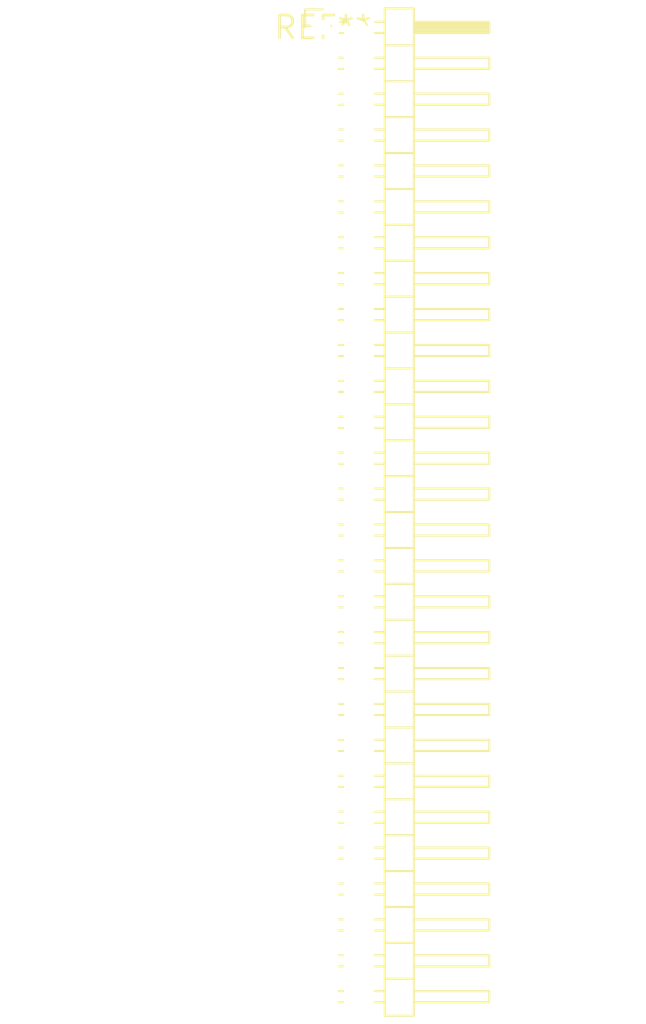
<source format=kicad_pcb>
(kicad_pcb (version 20240108) (generator pcbnew)
  (layers (0 "F.Cu" signal) (31 "B.Cu" signal) (34 "B.Paste" user) (35 "F.Paste" user) (36 "B.SilkS" user "B.Silkscreen") (37 "F.SilkS" user "F.Silkscreen") (38 "B.Mask" user) (39 "F.Mask" user) (44 "Edge.Cuts" user))
  (net 0 "")
  (footprint "PinHeader_2x28_P2.00mm_Horizontal" (layer "F.Cu") (at 0 0)
    (property "Reference" "REF**")
    (property "Value" "PinHeader_2x28_P2.00mm_Horizontal")
    (fp_line (start -1 -1) (end 0 -1) (layer "F.SilkS") (stroke (width 0.12)))
    (fp_line (start -1 0) (end -1 -1) (layer "F.SilkS") (stroke (width 0.12)))
    (fp_line (start 0.882114 1.69) (end 1.117886 1.69) (layer "F.SilkS") (stroke (width 0.12)))
    (fp_line (start 0.882114 2.31) (end 1.117886 2.31) (layer "F.SilkS") (stroke (width 0.12)))
    (fp_line (start 0.882114 3.69) (end 1.117886 3.69) (layer "F.SilkS") (stroke (width 0.12)))
    (fp_line (start 0.882114 4.31) (end 1.117886 4.31) (layer "F.SilkS") (stroke (width 0.12)))
    (fp_line (start 0.882114 5.69) (end 1.117886 5.69) (layer "F.SilkS") (stroke (width 0.12)))
    (fp_line (start 0.882114 6.31) (end 1.117886 6.31) (layer "F.SilkS") (stroke (width 0.12)))
    (fp_line (start 0.882114 7.69) (end 1.117886 7.69) (layer "F.SilkS") (stroke (width 0.12)))
    (fp_line (start 0.882114 8.31) (end 1.117886 8.31) (layer "F.SilkS") (stroke (width 0.12)))
    (fp_line (start 0.882114 9.69) (end 1.117886 9.69) (layer "F.SilkS") (stroke (width 0.12)))
    (fp_line (start 0.882114 10.31) (end 1.117886 10.31) (layer "F.SilkS") (stroke (width 0.12)))
    (fp_line (start 0.882114 11.69) (end 1.117886 11.69) (layer "F.SilkS") (stroke (width 0.12)))
    (fp_line (start 0.882114 12.31) (end 1.117886 12.31) (layer "F.SilkS") (stroke (width 0.12)))
    (fp_line (start 0.882114 13.69) (end 1.117886 13.69) (layer "F.SilkS") (stroke (width 0.12)))
    (fp_line (start 0.882114 14.31) (end 1.117886 14.31) (layer "F.SilkS") (stroke (width 0.12)))
    (fp_line (start 0.882114 15.69) (end 1.117886 15.69) (layer "F.SilkS") (stroke (width 0.12)))
    (fp_line (start 0.882114 16.31) (end 1.117886 16.31) (layer "F.SilkS") (stroke (width 0.12)))
    (fp_line (start 0.882114 17.69) (end 1.117886 17.69) (layer "F.SilkS") (stroke (width 0.12)))
    (fp_line (start 0.882114 18.31) (end 1.117886 18.31) (layer "F.SilkS") (stroke (width 0.12)))
    (fp_line (start 0.882114 19.69) (end 1.117886 19.69) (layer "F.SilkS") (stroke (width 0.12)))
    (fp_line (start 0.882114 20.31) (end 1.117886 20.31) (layer "F.SilkS") (stroke (width 0.12)))
    (fp_line (start 0.882114 21.69) (end 1.117886 21.69) (layer "F.SilkS") (stroke (width 0.12)))
    (fp_line (start 0.882114 22.31) (end 1.117886 22.31) (layer "F.SilkS") (stroke (width 0.12)))
    (fp_line (start 0.882114 23.69) (end 1.117886 23.69) (layer "F.SilkS") (stroke (width 0.12)))
    (fp_line (start 0.882114 24.31) (end 1.117886 24.31) (layer "F.SilkS") (stroke (width 0.12)))
    (fp_line (start 0.882114 25.69) (end 1.117886 25.69) (layer "F.SilkS") (stroke (width 0.12)))
    (fp_line (start 0.882114 26.31) (end 1.117886 26.31) (layer "F.SilkS") (stroke (width 0.12)))
    (fp_line (start 0.882114 27.69) (end 1.117886 27.69) (layer "F.SilkS") (stroke (width 0.12)))
    (fp_line (start 0.882114 28.31) (end 1.117886 28.31) (layer "F.SilkS") (stroke (width 0.12)))
    (fp_line (start 0.882114 29.69) (end 1.117886 29.69) (layer "F.SilkS") (stroke (width 0.12)))
    (fp_line (start 0.882114 30.31) (end 1.117886 30.31) (layer "F.SilkS") (stroke (width 0.12)))
    (fp_line (start 0.882114 31.69) (end 1.117886 31.69) (layer "F.SilkS") (stroke (width 0.12)))
    (fp_line (start 0.882114 32.31) (end 1.117886 32.31) (layer "F.SilkS") (stroke (width 0.12)))
    (fp_line (start 0.882114 33.69) (end 1.117886 33.69) (layer "F.SilkS") (stroke (width 0.12)))
    (fp_line (start 0.882114 34.31) (end 1.117886 34.31) (layer "F.SilkS") (stroke (width 0.12)))
    (fp_line (start 0.882114 35.69) (end 1.117886 35.69) (layer "F.SilkS") (stroke (width 0.12)))
    (fp_line (start 0.882114 36.31) (end 1.117886 36.31) (layer "F.SilkS") (stroke (width 0.12)))
    (fp_line (start 0.882114 37.69) (end 1.117886 37.69) (layer "F.SilkS") (stroke (width 0.12)))
    (fp_line (start 0.882114 38.31) (end 1.117886 38.31) (layer "F.SilkS") (stroke (width 0.12)))
    (fp_line (start 0.882114 39.69) (end 1.117886 39.69) (layer "F.SilkS") (stroke (width 0.12)))
    (fp_line (start 0.882114 40.31) (end 1.117886 40.31) (layer "F.SilkS") (stroke (width 0.12)))
    (fp_line (start 0.882114 41.69) (end 1.117886 41.69) (layer "F.SilkS") (stroke (width 0.12)))
    (fp_line (start 0.882114 42.31) (end 1.117886 42.31) (layer "F.SilkS") (stroke (width 0.12)))
    (fp_line (start 0.882114 43.69) (end 1.117886 43.69) (layer "F.SilkS") (stroke (width 0.12)))
    (fp_line (start 0.882114 44.31) (end 1.117886 44.31) (layer "F.SilkS") (stroke (width 0.12)))
    (fp_line (start 0.882114 45.69) (end 1.117886 45.69) (layer "F.SilkS") (stroke (width 0.12)))
    (fp_line (start 0.882114 46.31) (end 1.117886 46.31) (layer "F.SilkS") (stroke (width 0.12)))
    (fp_line (start 0.882114 47.69) (end 1.117886 47.69) (layer "F.SilkS") (stroke (width 0.12)))
    (fp_line (start 0.882114 48.31) (end 1.117886 48.31) (layer "F.SilkS") (stroke (width 0.12)))
    (fp_line (start 0.882114 49.69) (end 1.117886 49.69) (layer "F.SilkS") (stroke (width 0.12)))
    (fp_line (start 0.882114 50.31) (end 1.117886 50.31) (layer "F.SilkS") (stroke (width 0.12)))
    (fp_line (start 0.882114 51.69) (end 1.117886 51.69) (layer "F.SilkS") (stroke (width 0.12)))
    (fp_line (start 0.882114 52.31) (end 1.117886 52.31) (layer "F.SilkS") (stroke (width 0.12)))
    (fp_line (start 0.882114 53.69) (end 1.117886 53.69) (layer "F.SilkS") (stroke (width 0.12)))
    (fp_line (start 0.882114 54.31) (end 1.117886 54.31) (layer "F.SilkS") (stroke (width 0.12)))
    (fp_line (start 0.935 -0.31) (end 1.117886 -0.31) (layer "F.SilkS") (stroke (width 0.12)))
    (fp_line (start 0.935 0.31) (end 1.117886 0.31) (layer "F.SilkS") (stroke (width 0.12)))
    (fp_line (start 2.882114 -0.31) (end 3.44 -0.31) (layer "F.SilkS") (stroke (width 0.12)))
    (fp_line (start 2.882114 0.31) (end 3.44 0.31) (layer "F.SilkS") (stroke (width 0.12)))
    (fp_line (start 2.882114 1.69) (end 3.44 1.69) (layer "F.SilkS") (stroke (width 0.12)))
    (fp_line (start 2.882114 2.31) (end 3.44 2.31) (layer "F.SilkS") (stroke (width 0.12)))
    (fp_line (start 2.882114 3.69) (end 3.44 3.69) (layer "F.SilkS") (stroke (width 0.12)))
    (fp_line (start 2.882114 4.31) (end 3.44 4.31) (layer "F.SilkS") (stroke (width 0.12)))
    (fp_line (start 2.882114 5.69) (end 3.44 5.69) (layer "F.SilkS") (stroke (width 0.12)))
    (fp_line (start 2.882114 6.31) (end 3.44 6.31) (layer "F.SilkS") (stroke (width 0.12)))
    (fp_line (start 2.882114 7.69) (end 3.44 7.69) (layer "F.SilkS") (stroke (width 0.12)))
    (fp_line (start 2.882114 8.31) (end 3.44 8.31) (layer "F.SilkS") (stroke (width 0.12)))
    (fp_line (start 2.882114 9.69) (end 3.44 9.69) (layer "F.SilkS") (stroke (width 0.12)))
    (fp_line (start 2.882114 10.31) (end 3.44 10.31) (layer "F.SilkS") (stroke (width 0.12)))
    (fp_line (start 2.882114 11.69) (end 3.44 11.69) (layer "F.SilkS") (stroke (width 0.12)))
    (fp_line (start 2.882114 12.31) (end 3.44 12.31) (layer "F.SilkS") (stroke (width 0.12)))
    (fp_line (start 2.882114 13.69) (end 3.44 13.69) (layer "F.SilkS") (stroke (width 0.12)))
    (fp_line (start 2.882114 14.31) (end 3.44 14.31) (layer "F.SilkS") (stroke (width 0.12)))
    (fp_line (start 2.882114 15.69) (end 3.44 15.69) (layer "F.SilkS") (stroke (width 0.12)))
    (fp_line (start 2.882114 16.31) (end 3.44 16.31) (layer "F.SilkS") (stroke (width 0.12)))
    (fp_line (start 2.882114 17.69) (end 3.44 17.69) (layer "F.SilkS") (stroke (width 0.12)))
    (fp_line (start 2.882114 18.31) (end 3.44 18.31) (layer "F.SilkS") (stroke (width 0.12)))
    (fp_line (start 2.882114 19.69) (end 3.44 19.69) (layer "F.SilkS") (stroke (width 0.12)))
    (fp_line (start 2.882114 20.31) (end 3.44 20.31) (layer "F.SilkS") (stroke (width 0.12)))
    (fp_line (start 2.882114 21.69) (end 3.44 21.69) (layer "F.SilkS") (stroke (width 0.12)))
    (fp_line (start 2.882114 22.31) (end 3.44 22.31) (layer "F.SilkS") (stroke (width 0.12)))
    (fp_line (start 2.882114 23.69) (end 3.44 23.69) (layer "F.SilkS") (stroke (width 0.12)))
    (fp_line (start 2.882114 24.31) (end 3.44 24.31) (layer "F.SilkS") (stroke (width 0.12)))
    (fp_line (start 2.882114 25.69) (end 3.44 25.69) (layer "F.SilkS") (stroke (width 0.12)))
    (fp_line (start 2.882114 26.31) (end 3.44 26.31) (layer "F.SilkS") (stroke (width 0.12)))
    (fp_line (start 2.882114 27.69) (end 3.44 27.69) (layer "F.SilkS") (stroke (width 0.12)))
    (fp_line (start 2.882114 28.31) (end 3.44 28.31) (layer "F.SilkS") (stroke (width 0.12)))
    (fp_line (start 2.882114 29.69) (end 3.44 29.69) (layer "F.SilkS") (stroke (width 0.12)))
    (fp_line (start 2.882114 30.31) (end 3.44 30.31) (layer "F.SilkS") (stroke (width 0.12)))
    (fp_line (start 2.882114 31.69) (end 3.44 31.69) (layer "F.SilkS") (stroke (width 0.12)))
    (fp_line (start 2.882114 32.31) (end 3.44 32.31) (layer "F.SilkS") (stroke (width 0.12)))
    (fp_line (start 2.882114 33.69) (end 3.44 33.69) (layer "F.SilkS") (stroke (width 0.12)))
    (fp_line (start 2.882114 34.31) (end 3.44 34.31) (layer "F.SilkS") (stroke (width 0.12)))
    (fp_line (start 2.882114 35.69) (end 3.44 35.69) (layer "F.SilkS") (stroke (width 0.12)))
    (fp_line (start 2.882114 36.31) (end 3.44 36.31) (layer "F.SilkS") (stroke (width 0.12)))
    (fp_line (start 2.882114 37.69) (end 3.44 37.69) (layer "F.SilkS") (stroke (width 0.12)))
    (fp_line (start 2.882114 38.31) (end 3.44 38.31) (layer "F.SilkS") (stroke (width 0.12)))
    (fp_line (start 2.882114 39.69) (end 3.44 39.69) (layer "F.SilkS") (stroke (width 0.12)))
    (fp_line (start 2.882114 40.31) (end 3.44 40.31) (layer "F.SilkS") (stroke (width 0.12)))
    (fp_line (start 2.882114 41.69) (end 3.44 41.69) (layer "F.SilkS") (stroke (width 0.12)))
    (fp_line (start 2.882114 42.31) (end 3.44 42.31) (layer "F.SilkS") (stroke (width 0.12)))
    (fp_line (start 2.882114 43.69) (end 3.44 43.69) (layer "F.SilkS") (stroke (width 0.12)))
    (fp_line (start 2.882114 44.31) (end 3.44 44.31) (layer "F.SilkS") (stroke (width 0.12)))
    (fp_line (start 2.882114 45.69) (end 3.44 45.69) (layer "F.SilkS") (stroke (width 0.12)))
    (fp_line (start 2.882114 46.31) (end 3.44 46.31) (layer "F.SilkS") (stroke (width 0.12)))
    (fp_line (start 2.882114 47.69) (end 3.44 47.69) (layer "F.SilkS") (stroke (width 0.12)))
    (fp_line (start 2.882114 48.31) (end 3.44 48.31) (layer "F.SilkS") (stroke (width 0.12)))
    (fp_line (start 2.882114 49.69) (end 3.44 49.69) (layer "F.SilkS") (stroke (width 0.12)))
    (fp_line (start 2.882114 50.31) (end 3.44 50.31) (layer "F.SilkS") (stroke (width 0.12)))
    (fp_line (start 2.882114 51.69) (end 3.44 51.69) (layer "F.SilkS") (stroke (width 0.12)))
    (fp_line (start 2.882114 52.31) (end 3.44 52.31) (layer "F.SilkS") (stroke (width 0.12)))
    (fp_line (start 2.882114 53.69) (end 3.44 53.69) (layer "F.SilkS") (stroke (width 0.12)))
    (fp_line (start 2.882114 54.31) (end 3.44 54.31) (layer "F.SilkS") (stroke (width 0.12)))
    (fp_line (start 3.44 -1.06) (end 3.44 55.06) (layer "F.SilkS") (stroke (width 0.12)))
    (fp_line (start 3.44 1) (end 5.06 1) (layer "F.SilkS") (stroke (width 0.12)))
    (fp_line (start 3.44 3) (end 5.06 3) (layer "F.SilkS") (stroke (width 0.12)))
    (fp_line (start 3.44 5) (end 5.06 5) (layer "F.SilkS") (stroke (width 0.12)))
    (fp_line (start 3.44 7) (end 5.06 7) (layer "F.SilkS") (stroke (width 0.12)))
    (fp_line (start 3.44 9) (end 5.06 9) (layer "F.SilkS") (stroke (width 0.12)))
    (fp_line (start 3.44 11) (end 5.06 11) (layer "F.SilkS") (stroke (width 0.12)))
    (fp_line (start 3.44 13) (end 5.06 13) (layer "F.SilkS") (stroke (width 0.12)))
    (fp_line (start 3.44 15) (end 5.06 15) (layer "F.SilkS") (stroke (width 0.12)))
    (fp_line (start 3.44 17) (end 5.06 17) (layer "F.SilkS") (stroke (width 0.12)))
    (fp_line (start 3.44 19) (end 5.06 19) (layer "F.SilkS") (stroke (width 0.12)))
    (fp_line (start 3.44 21) (end 5.06 21) (layer "F.SilkS") (stroke (width 0.12)))
    (fp_line (start 3.44 23) (end 5.06 23) (layer "F.SilkS") (stroke (width 0.12)))
    (fp_line (start 3.44 25) (end 5.06 25) (layer "F.SilkS") (stroke (width 0.12)))
    (fp_line (start 3.44 27) (end 5.06 27) (layer "F.SilkS") (stroke (width 0.12)))
    (fp_line (start 3.44 29) (end 5.06 29) (layer "F.SilkS") (stroke (width 0.12)))
    (fp_line (start 3.44 31) (end 5.06 31) (layer "F.SilkS") (stroke (width 0.12)))
    (fp_line (start 3.44 33) (end 5.06 33) (layer "F.SilkS") (stroke (width 0.12)))
    (fp_line (start 3.44 35) (end 5.06 35) (layer "F.SilkS") (stroke (width 0.12)))
    (fp_line (start 3.44 37) (end 5.06 37) (layer "F.SilkS") (stroke (width 0.12)))
    (fp_line (start 3.44 39) (end 5.06 39) (layer "F.SilkS") (stroke (width 0.12)))
    (fp_line (start 3.44 41) (end 5.06 41) (layer "F.SilkS") (stroke (width 0.12)))
    (fp_line (start 3.44 43) (end 5.06 43) (layer "F.SilkS") (stroke (width 0.12)))
    (fp_line (start 3.44 45) (end 5.06 45) (layer "F.SilkS") (stroke (width 0.12)))
    (fp_line (start 3.44 47) (end 5.06 47) (layer "F.SilkS") (stroke (width 0.12)))
    (fp_line (start 3.44 49) (end 5.06 49) (layer "F.SilkS") (stroke (width 0.12)))
    (fp_line (start 3.44 51) (end 5.06 51) (layer "F.SilkS") (stroke (width 0.12)))
    (fp_line (start 3.44 53) (end 5.06 53) (layer "F.SilkS") (stroke (width 0.12)))
    (fp_line (start 3.44 55.06) (end 5.06 55.06) (layer "F.SilkS") (stroke (width 0.12)))
    (fp_line (start 5.06 -1.06) (end 3.44 -1.06) (layer "F.SilkS") (stroke (width 0.12)))
    (fp_line (start 5.06 -0.31) (end 9.26 -0.31) (layer "F.SilkS") (stroke (width 0.12)))
    (fp_line (start 5.06 -0.25) (end 9.26 -0.25) (layer "F.SilkS") (stroke (width 0.12)))
    (fp_line (start 5.06 -0.13) (end 9.26 -0.13) (layer "F.SilkS") (stroke (width 0.12)))
    (fp_line (start 5.06 -0.01) (end 9.26 -0.01) (layer "F.SilkS") (stroke (width 0.12)))
    (fp_line (start 5.06 0.11) (end 9.26 0.11) (layer "F.SilkS") (stroke (width 0.12)))
    (fp_line (start 5.06 0.23) (end 9.26 0.23) (layer "F.SilkS") (stroke (width 0.12)))
    (fp_line (start 5.06 1.69) (end 9.26 1.69) (layer "F.SilkS") (stroke (width 0.12)))
    (fp_line (start 5.06 3.69) (end 9.26 3.69) (layer "F.SilkS") (stroke (width 0.12)))
    (fp_line (start 5.06 5.69) (end 9.26 5.69) (layer "F.SilkS") (stroke (width 0.12)))
    (fp_line (start 5.06 7.69) (end 9.26 7.69) (layer "F.SilkS") (stroke (width 0.12)))
    (fp_line (start 5.06 9.69) (end 9.26 9.69) (layer "F.SilkS") (stroke (width 0.12)))
    (fp_line (start 5.06 11.69) (end 9.26 11.69) (layer "F.SilkS") (stroke (width 0.12)))
    (fp_line (start 5.06 13.69) (end 9.26 13.69) (layer "F.SilkS") (stroke (width 0.12)))
    (fp_line (start 5.06 15.69) (end 9.26 15.69) (layer "F.SilkS") (stroke (width 0.12)))
    (fp_line (start 5.06 17.69) (end 9.26 17.69) (layer "F.SilkS") (stroke (width 0.12)))
    (fp_line (start 5.06 19.69) (end 9.26 19.69) (layer "F.SilkS") (stroke (width 0.12)))
    (fp_line (start 5.06 21.69) (end 9.26 21.69) (layer "F.SilkS") (stroke (width 0.12)))
    (fp_line (start 5.06 23.69) (end 9.26 23.69) (layer "F.SilkS") (stroke (width 0.12)))
    (fp_line (start 5.06 25.69) (end 9.26 25.69) (layer "F.SilkS") (stroke (width 0.12)))
    (fp_line (start 5.06 27.69) (end 9.26 27.69) (layer "F.SilkS") (stroke (width 0.12)))
    (fp_line (start 5.06 29.69) (end 9.26 29.69) (layer "F.SilkS") (stroke (width 0.12)))
    (fp_line (start 5.06 31.69) (end 9.26 31.69) (layer "F.SilkS") (stroke (width 0.12)))
    (fp_line (start 5.06 33.69) (end 9.26 33.69) (layer "F.SilkS") (stroke (width 0.12)))
    (fp_line (start 5.06 35.69) (end 9.26 35.69) (layer "F.SilkS") (stroke (width 0.12)))
    (fp_line (start 5.06 37.69) (end 9.26 37.69) (layer "F.SilkS") (stroke (width 0.12)))
    (fp_line (start 5.06 39.69) (end 9.26 39.69) (layer "F.SilkS") (stroke (width 0.12)))
    (fp_line (start 5.06 41.69) (end 9.26 41.69) (layer "F.SilkS") (stroke (width 0.12)))
    (fp_line (start 5.06 43.69) (end 9.26 43.69) (layer "F.SilkS") (stroke (width 0.12)))
    (fp_line (start 5.06 45.69) (end 9.26 45.69) (layer "F.SilkS") (stroke (width 0.12)))
    (fp_line (start 5.06 47.69) (end 9.26 47.69) (layer "F.SilkS") (stroke (width 0.12)))
    (fp_line (start 5.06 49.69) (end 9.26 49.69) (layer "F.SilkS") (stroke (width 0.12)))
    (fp_line (start 5.06 51.69) (end 9.26 51.69) (layer "F.SilkS") (stroke (width 0.12)))
    (fp_line (start 5.06 53.69) (end 9.26 53.69) (layer "F.SilkS") (stroke (width 0.12)))
    (fp_line (start 5.06 55.06) (end 5.06 -1.06) (layer "F.SilkS") (stroke (width 0.12)))
    (fp_line (start 9.26 -0.31) (end 9.26 0.31) (layer "F.SilkS") (stroke (width 0.12)))
    (fp_line (start 9.26 0.31) (end 5.06 0.31) (layer "F.SilkS") (stroke (width 0.12)))
    (fp_line (start 9.26 1.69) (end 9.26 2.31) (layer "F.SilkS") (stroke (width 0.12)))
    (fp_line (start 9.26 2.31) (end 5.06 2.31) (layer "F.SilkS") (stroke (width 0.12)))
    (fp_line (start 9.26 3.69) (end 9.26 4.31) (layer "F.SilkS") (stroke (width 0.12)))
    (fp_line (start 9.26 4.31) (end 5.06 4.31) (layer "F.SilkS") (stroke (width 0.12)))
    (fp_line (start 9.26 5.69) (end 9.26 6.31) (layer "F.SilkS") (stroke (width 0.12)))
    (fp_line (start 9.26 6.31) (end 5.06 6.31) (layer "F.SilkS") (stroke (width 0.12)))
    (fp_line (start 9.26 7.69) (end 9.26 8.31) (layer "F.SilkS") (stroke (width 0.12)))
    (fp_line (start 9.26 8.31) (end 5.06 8.31) (layer "F.SilkS") (stroke (width 0.12)))
    (fp_line (start 9.26 9.69) (end 9.26 10.31) (layer "F.SilkS") (stroke (width 0.12)))
    (fp_line (start 9.26 10.31) (end 5.06 10.31) (layer "F.SilkS") (stroke (width 0.12)))
    (fp_line (start 9.26 11.69) (end 9.26 12.31) (layer "F.SilkS") (stroke (width 0.12)))
    (fp_line (start 9.26 12.31) (end 5.06 12.31) (layer "F.SilkS") (stroke (width 0.12)))
    (fp_line (start 9.26 13.69) (end 9.26 14.31) (layer "F.SilkS") (stroke (width 0.12)))
    (fp_line (start 9.26 14.31) (end 5.06 14.31) (layer "F.SilkS") (stroke (width 0.12)))
    (fp_line (start 9.26 15.69) (end 9.26 16.31) (layer "F.SilkS") (stroke (width 0.12)))
    (fp_line (start 9.26 16.31) (end 5.06 16.31) (layer "F.SilkS") (stroke (width 0.12)))
    (fp_line (start 9.26 17.69) (end 9.26 18.31) (layer "F.SilkS") (stroke (width 0.12)))
    (fp_line (start 9.26 18.31) (end 5.06 18.31) (layer "F.SilkS") (stroke (width 0.12)))
    (fp_line (start 9.26 19.69) (end 9.26 20.31) (layer "F.SilkS") (stroke (width 0.12)))
    (fp_line (start 9.26 20.31) (end 5.06 20.31) (layer "F.SilkS") (stroke (width 0.12)))
    (fp_line (start 9.26 21.69) (end 9.26 22.31) (layer "F.SilkS") (stroke (width 0.12)))
    (fp_line (start 9.26 22.31) (end 5.06 22.31) (layer "F.SilkS") (stroke (width 0.12)))
    (fp_line (start 9.26 23.69) (end 9.26 24.31) (layer "F.SilkS") (stroke (width 0.12)))
    (fp_line (start 9.26 24.31) (end 5.06 24.31) (layer "F.SilkS") (stroke (width 0.12)))
    (fp_line (start 9.26 25.69) (end 9.26 26.31) (layer "F.SilkS") (stroke (width 0.12)))
    (fp_line (start 9.26 26.31) (end 5.06 26.31) (layer "F.SilkS") (stroke (width 0.12)))
    (fp_line (start 9.26 27.69) (end 9.26 28.31) (layer "F.SilkS") (stroke (width 0.12)))
    (fp_line (start 9.26 28.31) (end 5.06 28.31) (layer "F.SilkS") (stroke (width 0.12)))
    (fp_line (start 9.26 29.69) (end 9.26 30.31) (layer "F.SilkS") (stroke (width 0.12)))
    (fp_line (start 9.26 30.31) (end 5.06 30.31) (layer "F.SilkS") (stroke (width 0.12)))
    (fp_line (start 9.26 31.69) (end 9.26 32.31) (layer "F.SilkS") (stroke (width 0.12)))
    (fp_line (start 9.26 32.31) (end 5.06 32.31) (layer "F.SilkS") (stroke (width 0.12)))
    (fp_line (start 9.26 33.69) (end 9.26 34.31) (layer "F.SilkS") (stroke (width 0.12)))
    (fp_line (start 9.26 34.31) (end 5.06 34.31) (layer "F.SilkS") (stroke (width 0.12)))
    (fp_line (start 9.26 35.69) (end 9.26 36.31) (layer "F.SilkS") (stroke (width 0.12)))
    (fp_line (start 9.26 36.31) (end 5.06 36.31) (layer "F.SilkS") (stroke (width 0.12)))
    (fp_line (start 9.26 37.69) (end 9.26 38.31) (layer "F.SilkS") (stroke (width 0.12)))
    (fp_line (start 9.26 38.31) (end 5.06 38.31) (layer "F.SilkS") (stroke (width 0.12)))
    (fp_line (start 9.26 39.69) (end 9.26 40.31) (layer "F.SilkS") (stroke (width 0.12)))
    (fp_line (start 9.26 40.31) (end 5.06 40.31) (layer "F.SilkS") (stroke (width 0.12)))
    (fp_line (start 9.26 41.69) (end 9.26 42.31) (layer "F.SilkS") (stroke (width 0.12)))
    (fp_line (start 9.26 42.31) (end 5.06 42.31) (layer "F.SilkS") (stroke (width 0.12)))
    (fp_line (start 9.26 43.69) (end 9.26 44.31) (layer "F.SilkS") (stroke (width 0.12)))
    (fp_line (start 9.26 44.31) (end 5.06 44.31) (layer "F.SilkS") (stroke (width 0.12)))
    (fp_line (start 9.26 45.69) (end 9.26 46.31) (layer "F.SilkS") (stroke (width 0.12)))
    (fp_line (start 9.26 46.31) (end 5.06 46.31) (layer "F.SilkS") (stroke (width 0.12)))
    (fp_line (start 9.26 47.69) (end 9.26 48.31) (layer "F.SilkS") (stroke (width 0.12)))
    (fp_line (start 9.26 48.31) (end 5.06 48.31) (layer "F.SilkS") (stroke (width 0.12)))
    (fp_line (start 9.26 49.69) (end 9.26 50.31) (layer "F.SilkS") (stroke (width 0.12)))
    (fp_line (start 9.26 50.31) (end 5.06 50.31) (layer "F.SilkS") (stroke (width 0.12)))
    (fp_line (start 9.26 51.69) (end 9.26 52.31) (layer "F.SilkS") (stroke (width 0.12)))
    (fp_line (start 9.26 52.31) (end 5.06 52.31) (layer "F.SilkS") (stroke (width 0.12)))
    (fp_line (start 9.26 53.69) (end 9.26 54.31) (layer "F.SilkS") (stroke (width 0.12)))
    (fp_line (start 9.26 54.31) (end 5.06 54.31) (layer "F.SilkS") (stroke (width 0.12)))
    (pad "1" thru_hole rect (at 0 0) (size 1.35 1.35) (drill 0.8) (layers *.Cu *.Mask) (remove_unused_layers))
    (pad "2" thru_hole oval (at 2 0) (size 1.35 1.35) (drill 0.8) (layers *.Cu *.Mask) (remove_unused_layers))
    (pad "3" thru_hole oval (at 0 2) (size 1.35 1.35) (drill 0.8) (layers *.Cu *.Mask) (remove_unused_layers))
    (pad "4" thru_hole oval (at 2 2) (size 1.35 1.35) (drill 0.8) (layers *.Cu *.Mask) (remove_unused_layers))
    (pad "5" thru_hole oval (at 0 4) (size 1.35 1.35) (drill 0.8) (layers *.Cu *.Mask) (remove_unused_layers))
    (pad "6" thru_hole oval (at 2 4) (size 1.35 1.35) (drill 0.8) (layers *.Cu *.Mask) (remove_unused_layers))
    (pad "7" thru_hole oval (at 0 6) (size 1.35 1.35) (drill 0.8) (layers *.Cu *.Mask) (remove_unused_layers))
    (pad "8" thru_hole oval (at 2 6) (size 1.35 1.35) (drill 0.8) (layers *.Cu *.Mask) (remove_unused_layers))
    (pad "9" thru_hole oval (at 0 8) (size 1.35 1.35) (drill 0.8) (layers *.Cu *.Mask) (remove_unused_layers))
    (pad "10" thru_hole oval (at 2 8) (size 1.35 1.35) (drill 0.8) (layers *.Cu *.Mask) (remove_unused_layers))
    (pad "11" thru_hole oval (at 0 10) (size 1.35 1.35) (drill 0.8) (layers *.Cu *.Mask) (remove_unused_layers))
    (pad "12" thru_hole oval (at 2 10) (size 1.35 1.35) (drill 0.8) (layers *.Cu *.Mask) (remove_unused_layers))
    (pad "13" thru_hole oval (at 0 12) (size 1.35 1.35) (drill 0.8) (layers *.Cu *.Mask) (remove_unused_layers))
    (pad "14" thru_hole oval (at 2 12) (size 1.35 1.35) (drill 0.8) (layers *.Cu *.Mask) (remove_unused_layers))
    (pad "15" thru_hole oval (at 0 14) (size 1.35 1.35) (drill 0.8) (layers *.Cu *.Mask) (remove_unused_layers))
    (pad "16" thru_hole oval (at 2 14) (size 1.35 1.35) (drill 0.8) (layers *.Cu *.Mask) (remove_unused_layers))
    (pad "17" thru_hole oval (at 0 16) (size 1.35 1.35) (drill 0.8) (layers *.Cu *.Mask) (remove_unused_layers))
    (pad "18" thru_hole oval (at 2 16) (size 1.35 1.35) (drill 0.8) (layers *.Cu *.Mask) (remove_unused_layers))
    (pad "19" thru_hole oval (at 0 18) (size 1.35 1.35) (drill 0.8) (layers *.Cu *.Mask) (remove_unused_layers))
    (pad "20" thru_hole oval (at 2 18) (size 1.35 1.35) (drill 0.8) (layers *.Cu *.Mask) (remove_unused_layers))
    (pad "21" thru_hole oval (at 0 20) (size 1.35 1.35) (drill 0.8) (layers *.Cu *.Mask) (remove_unused_layers))
    (pad "22" thru_hole oval (at 2 20) (size 1.35 1.35) (drill 0.8) (layers *.Cu *.Mask) (remove_unused_layers))
    (pad "23" thru_hole oval (at 0 22) (size 1.35 1.35) (drill 0.8) (layers *.Cu *.Mask) (remove_unused_layers))
    (pad "24" thru_hole oval (at 2 22) (size 1.35 1.35) (drill 0.8) (layers *.Cu *.Mask) (remove_unused_layers))
    (pad "25" thru_hole oval (at 0 24) (size 1.35 1.35) (drill 0.8) (layers *.Cu *.Mask) (remove_unused_layers))
    (pad "26" thru_hole oval (at 2 24) (size 1.35 1.35) (drill 0.8) (layers *.Cu *.Mask) (remove_unused_layers))
    (pad "27" thru_hole oval (at 0 26) (size 1.35 1.35) (drill 0.8) (layers *.Cu *.Mask) (remove_unused_layers))
    (pad "28" thru_hole oval (at 2 26) (size 1.35 1.35) (drill 0.8) (layers *.Cu *.Mask) (remove_unused_layers))
    (pad "29" thru_hole oval (at 0 28) (size 1.35 1.35) (drill 0.8) (layers *.Cu *.Mask) (remove_unused_layers))
    (pad "30" thru_hole oval (at 2 28) (size 1.35 1.35) (drill 0.8) (layers *.Cu *.Mask) (remove_unused_layers))
    (pad "31" thru_hole oval (at 0 30) (size 1.35 1.35) (drill 0.8) (layers *.Cu *.Mask) (remove_unused_layers))
    (pad "32" thru_hole oval (at 2 30) (size 1.35 1.35) (drill 0.8) (layers *.Cu *.Mask) (remove_unused_layers))
    (pad "33" thru_hole oval (at 0 32) (size 1.35 1.35) (drill 0.8) (layers *.Cu *.Mask) (remove_unused_layers))
    (pad "34" thru_hole oval (at 2 32) (size 1.35 1.35) (drill 0.8) (layers *.Cu *.Mask) (remove_unused_layers))
    (pad "35" thru_hole oval (at 0 34) (size 1.35 1.35) (drill 0.8) (layers *.Cu *.Mask) (remove_unused_layers))
    (pad "36" thru_hole oval (at 2 34) (size 1.35 1.35) (drill 0.8) (layers *.Cu *.Mask) (remove_unused_layers))
    (pad "37" thru_hole oval (at 0 36) (size 1.35 1.35) (drill 0.8) (layers *.Cu *.Mask) (remove_unused_layers))
    (pad "38" thru_hole oval (at 2 36) (size 1.35 1.35) (drill 0.8) (layers *.Cu *.Mask) (remove_unused_layers))
    (pad "39" thru_hole oval (at 0 38) (size 1.35 1.35) (drill 0.8) (layers *.Cu *.Mask) (remove_unused_layers))
    (pad "40" thru_hole oval (at 2 38) (size 1.35 1.35) (drill 0.8) (layers *.Cu *.Mask) (remove_unused_layers))
    (pad "41" thru_hole oval (at 0 40) (size 1.35 1.35) (drill 0.8) (layers *.Cu *.Mask) (remove_unused_layers))
    (pad "42" thru_hole oval (at 2 40) (size 1.35 1.35) (drill 0.8) (layers *.Cu *.Mask) (remove_unused_layers))
    (pad "43" thru_hole oval (at 0 42) (size 1.35 1.35) (drill 0.8) (layers *.Cu *.Mask) (remove_unused_layers))
    (pad "44" thru_hole oval (at 2 42) (size 1.35 1.35) (drill 0.8) (layers *.Cu *.Mask) (remove_unused_layers))
    (pad "45" thru_hole oval (at 0 44) (size 1.35 1.35) (drill 0.8) (layers *.Cu *.Mask) (remove_unused_layers))
    (pad "46" thru_hole oval (at 2 44) (size 1.35 1.35) (drill 0.8) (layers *.Cu *.Mask) (remove_unused_layers))
    (pad "47" thru_hole oval (at 0 46) (size 1.35 1.35) (drill 0.8) (layers *.Cu *.Mask) (remove_unused_layers))
    (pad "48" thru_hole oval (at 2 46) (size 1.35 1.35) (drill 0.8) (layers *.Cu *.Mask) (remove_unused_layers))
    (pad "49" thru_hole oval (at 0 48) (size 1.35 1.35) (drill 0.8) (layers *.Cu *.Mask) (remove_unused_layers))
    (pad "50" thru_hole oval (at 2 48) (size 1.35 1.35) (drill 0.8) (layers *.Cu *.Mask) (remove_unused_layers))
    (pad "51" thru_hole oval (at 0 50) (size 1.35 1.35) (drill 0.8) (layers *.Cu *.Mask) (remove_unused_layers))
    (pad "52" thru_hole oval (at 2 50) (size 1.35 1.35) (drill 0.8) (layers *.Cu *.Mask) (remove_unused_layers))
    (pad "53" thru_hole oval (at 0 52) (size 1.35 1.35) (drill 0.8) (layers *.Cu *.Mask) (remove_unused_layers))
    (pad "54" thru_hole oval (at 2 52) (size 1.35 1.35) (drill 0.8) (layers *.Cu *.Mask) (remove_unused_layers))
    (pad "55" thru_hole oval (at 0 54) (size 1.35 1.35) (drill 0.8) (layers *.Cu *.Mask) (remove_unused_layers))
    (pad "56" thru_hole oval (at 2 54) (size 1.35 1.35) (drill 0.8) (layers *.Cu *.Mask) (remove_unused_layers))
  )
)
</source>
